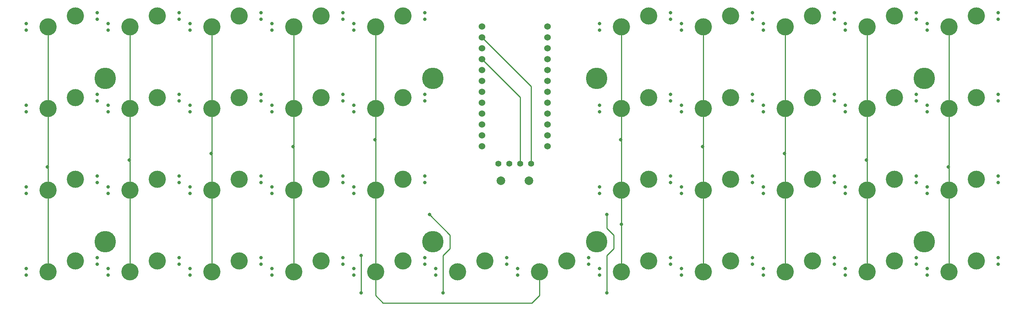
<source format=gtl>
G04 #@! TF.GenerationSoftware,KiCad,Pcbnew,5.1.9+dfsg1-1*
G04 #@! TF.CreationDate,2022-03-28T16:06:31+02:00*
G04 #@! TF.ProjectId,la_nc,6c615f6e-632e-46b6-9963-61645f706362,rev?*
G04 #@! TF.SameCoordinates,Original*
G04 #@! TF.FileFunction,Copper,L1,Top*
G04 #@! TF.FilePolarity,Positive*
%FSLAX46Y46*%
G04 Gerber Fmt 4.6, Leading zero omitted, Abs format (unit mm)*
G04 Created by KiCad (PCBNEW 5.1.9+dfsg1-1) date 2022-03-28 16:06:31*
%MOMM*%
%LPD*%
G01*
G04 APERTURE LIST*
G04 #@! TA.AperFunction,ComponentPad*
%ADD10C,0.800000*%
G04 #@! TD*
G04 #@! TA.AperFunction,ComponentPad*
%ADD11C,4.000000*%
G04 #@! TD*
G04 #@! TA.AperFunction,ComponentPad*
%ADD12C,2.000000*%
G04 #@! TD*
G04 #@! TA.AperFunction,WasherPad*
%ADD13C,5.000000*%
G04 #@! TD*
G04 #@! TA.AperFunction,ComponentPad*
%ADD14C,1.397000*%
G04 #@! TD*
G04 #@! TA.AperFunction,ComponentPad*
%ADD15C,1.524000*%
G04 #@! TD*
G04 #@! TA.AperFunction,ViaPad*
%ADD16C,0.800000*%
G04 #@! TD*
G04 #@! TA.AperFunction,Conductor*
%ADD17C,0.250000*%
G04 #@! TD*
G04 APERTURE END LIST*
D10*
X163195000Y-94107000D03*
X146685000Y-96647000D03*
X163195000Y-92583000D03*
X146685000Y-95123000D03*
D11*
X151765000Y-95885000D03*
X158115000Y-93345000D03*
D10*
X144145000Y-94107000D03*
X127635000Y-96647000D03*
X144145000Y-92583000D03*
X127635000Y-95123000D03*
D11*
X132715000Y-95885000D03*
X139065000Y-93345000D03*
D10*
X258445000Y-94107000D03*
X241935000Y-96647000D03*
X258445000Y-92583000D03*
X241935000Y-95123000D03*
D11*
X247015000Y-95885000D03*
X253365000Y-93345000D03*
D10*
X239395000Y-94107000D03*
X222885000Y-96647000D03*
X239395000Y-92583000D03*
X222885000Y-95123000D03*
D11*
X227965000Y-95885000D03*
X234315000Y-93345000D03*
D10*
X220345000Y-94107000D03*
X203835000Y-96647000D03*
X220345000Y-92583000D03*
X203835000Y-95123000D03*
D11*
X208915000Y-95885000D03*
X215265000Y-93345000D03*
D10*
X201295000Y-94107000D03*
X184785000Y-96647000D03*
X201295000Y-92583000D03*
X184785000Y-95123000D03*
D11*
X189865000Y-95885000D03*
X196215000Y-93345000D03*
D10*
X182245000Y-94107000D03*
X165735000Y-96647000D03*
X182245000Y-92583000D03*
X165735000Y-95123000D03*
D11*
X170815000Y-95885000D03*
X177165000Y-93345000D03*
D10*
X125095000Y-94107000D03*
X108585000Y-96647000D03*
X125095000Y-92583000D03*
X108585000Y-95123000D03*
D11*
X113665000Y-95885000D03*
X120015000Y-93345000D03*
D10*
X106045000Y-94107000D03*
X89535000Y-96647000D03*
X106045000Y-92583000D03*
X89535000Y-95123000D03*
D11*
X94615000Y-95885000D03*
X100965000Y-93345000D03*
D10*
X86995000Y-94107000D03*
X70485000Y-96647000D03*
X86995000Y-92583000D03*
X70485000Y-95123000D03*
D11*
X75565000Y-95885000D03*
X81915000Y-93345000D03*
D10*
X67945000Y-94107000D03*
X51435000Y-96647000D03*
X67945000Y-92583000D03*
X51435000Y-95123000D03*
D11*
X56515000Y-95885000D03*
X62865000Y-93345000D03*
D10*
X48895000Y-94107000D03*
X32385000Y-96647000D03*
X48895000Y-92583000D03*
X32385000Y-95123000D03*
D11*
X37465000Y-95885000D03*
X43815000Y-93345000D03*
D10*
X258445000Y-75057000D03*
X241935000Y-77597000D03*
X258445000Y-73533000D03*
X241935000Y-76073000D03*
D11*
X247015000Y-76835000D03*
X253365000Y-74295000D03*
D10*
X239395000Y-75057000D03*
X222885000Y-77597000D03*
X239395000Y-73533000D03*
X222885000Y-76073000D03*
D11*
X227965000Y-76835000D03*
X234315000Y-74295000D03*
D10*
X220345000Y-75057000D03*
X203835000Y-77597000D03*
X220345000Y-73533000D03*
X203835000Y-76073000D03*
D11*
X208915000Y-76835000D03*
X215265000Y-74295000D03*
D10*
X201295000Y-75057000D03*
X184785000Y-77597000D03*
X201295000Y-73533000D03*
X184785000Y-76073000D03*
D11*
X189865000Y-76835000D03*
X196215000Y-74295000D03*
D10*
X182245000Y-75057000D03*
X165735000Y-77597000D03*
X182245000Y-73533000D03*
X165735000Y-76073000D03*
D11*
X170815000Y-76835000D03*
X177165000Y-74295000D03*
D10*
X125095000Y-75057000D03*
X108585000Y-77597000D03*
X125095000Y-73533000D03*
X108585000Y-76073000D03*
D11*
X113665000Y-76835000D03*
X120015000Y-74295000D03*
D10*
X106045000Y-75057000D03*
X89535000Y-77597000D03*
X106045000Y-73533000D03*
X89535000Y-76073000D03*
D11*
X94615000Y-76835000D03*
X100965000Y-74295000D03*
D10*
X86995000Y-75057000D03*
X70485000Y-77597000D03*
X86995000Y-73533000D03*
X70485000Y-76073000D03*
D11*
X75565000Y-76835000D03*
X81915000Y-74295000D03*
D10*
X67945000Y-75057000D03*
X51435000Y-77597000D03*
X67945000Y-73533000D03*
X51435000Y-76073000D03*
D11*
X56515000Y-76835000D03*
X62865000Y-74295000D03*
D10*
X48895000Y-75057000D03*
X32385000Y-77597000D03*
X48895000Y-73533000D03*
X32385000Y-76073000D03*
D11*
X37465000Y-76835000D03*
X43815000Y-74295000D03*
D10*
X258445000Y-56007000D03*
X241935000Y-58547000D03*
X258445000Y-54483000D03*
X241935000Y-57023000D03*
D11*
X247015000Y-57785000D03*
X253365000Y-55245000D03*
D10*
X239395000Y-56007000D03*
X222885000Y-58547000D03*
X239395000Y-54483000D03*
X222885000Y-57023000D03*
D11*
X227965000Y-57785000D03*
X234315000Y-55245000D03*
D10*
X220345000Y-56007000D03*
X203835000Y-58547000D03*
X220345000Y-54483000D03*
X203835000Y-57023000D03*
D11*
X208915000Y-57785000D03*
X215265000Y-55245000D03*
D10*
X201295000Y-56007000D03*
X184785000Y-58547000D03*
X201295000Y-54483000D03*
X184785000Y-57023000D03*
D11*
X189865000Y-57785000D03*
X196215000Y-55245000D03*
D10*
X182245000Y-56007000D03*
X165735000Y-58547000D03*
X182245000Y-54483000D03*
X165735000Y-57023000D03*
D11*
X170815000Y-57785000D03*
X177165000Y-55245000D03*
D10*
X125095000Y-56007000D03*
X108585000Y-58547000D03*
X125095000Y-54483000D03*
X108585000Y-57023000D03*
D11*
X113665000Y-57785000D03*
X120015000Y-55245000D03*
D10*
X106045000Y-56007000D03*
X89535000Y-58547000D03*
X106045000Y-54483000D03*
X89535000Y-57023000D03*
D11*
X94615000Y-57785000D03*
X100965000Y-55245000D03*
D10*
X86995000Y-56007000D03*
X70485000Y-58547000D03*
X86995000Y-54483000D03*
X70485000Y-57023000D03*
D11*
X75565000Y-57785000D03*
X81915000Y-55245000D03*
D10*
X67945000Y-56007000D03*
X51435000Y-58547000D03*
X67945000Y-54483000D03*
X51435000Y-57023000D03*
D11*
X56515000Y-57785000D03*
X62865000Y-55245000D03*
D10*
X48895000Y-56007000D03*
X32385000Y-58547000D03*
X48895000Y-54483000D03*
X32385000Y-57023000D03*
D11*
X37465000Y-57785000D03*
X43815000Y-55245000D03*
D10*
X258445000Y-36957000D03*
X241935000Y-39497000D03*
X258445000Y-35433000D03*
X241935000Y-37973000D03*
D11*
X247015000Y-38735000D03*
X253365000Y-36195000D03*
D10*
X239395000Y-36957000D03*
X222885000Y-39497000D03*
X239395000Y-35433000D03*
X222885000Y-37973000D03*
D11*
X227965000Y-38735000D03*
X234315000Y-36195000D03*
D10*
X220345000Y-36957000D03*
X203835000Y-39497000D03*
X220345000Y-35433000D03*
X203835000Y-37973000D03*
D11*
X208915000Y-38735000D03*
X215265000Y-36195000D03*
D10*
X201295000Y-36957000D03*
X184785000Y-39497000D03*
X201295000Y-35433000D03*
X184785000Y-37973000D03*
D11*
X189865000Y-38735000D03*
X196215000Y-36195000D03*
D10*
X182245000Y-36957000D03*
X165735000Y-39497000D03*
X182245000Y-35433000D03*
X165735000Y-37973000D03*
D11*
X170815000Y-38735000D03*
X177165000Y-36195000D03*
D10*
X125095000Y-36957000D03*
X108585000Y-39497000D03*
X125095000Y-35433000D03*
X108585000Y-37973000D03*
D11*
X113665000Y-38735000D03*
X120015000Y-36195000D03*
D10*
X106045000Y-36957000D03*
X89535000Y-39497000D03*
X106045000Y-35433000D03*
X89535000Y-37973000D03*
D11*
X94615000Y-38735000D03*
X100965000Y-36195000D03*
D10*
X86995000Y-36957000D03*
X70485000Y-39497000D03*
X86995000Y-35433000D03*
X70485000Y-37973000D03*
D11*
X75565000Y-38735000D03*
X81915000Y-36195000D03*
D10*
X67945000Y-36957000D03*
X51435000Y-39497000D03*
X67945000Y-35433000D03*
X51435000Y-37973000D03*
D11*
X56515000Y-38735000D03*
X62865000Y-36195000D03*
D10*
X48895000Y-36957000D03*
X32385000Y-39497000D03*
X48895000Y-35433000D03*
X32385000Y-37973000D03*
D11*
X37465000Y-38735000D03*
X43815000Y-36195000D03*
D12*
X149300000Y-74612500D03*
X142800000Y-74612500D03*
D13*
X241300000Y-88900000D03*
X241300000Y-50800000D03*
X165100000Y-88900000D03*
X165100000Y-50800000D03*
X127000000Y-88900000D03*
X127000000Y-50800000D03*
X50800000Y-88900000D03*
D14*
X149860000Y-70643750D03*
X147320000Y-70643750D03*
X144780000Y-70643750D03*
X142240000Y-70643750D03*
D13*
X50800000Y-50800000D03*
D15*
X138441400Y-38703250D03*
X138441400Y-41243250D03*
X138441400Y-43783250D03*
X138441400Y-46323250D03*
X138441400Y-48863250D03*
X138441400Y-51403250D03*
X138441400Y-53943250D03*
X138441400Y-56483250D03*
X138441400Y-59023250D03*
X138441400Y-61563250D03*
X138441400Y-64103250D03*
X138441400Y-66643250D03*
X153661400Y-66643250D03*
X153661400Y-64103250D03*
X153661400Y-61563250D03*
X153661400Y-59023250D03*
X153661400Y-56483250D03*
X153661400Y-53943250D03*
X153661400Y-51403250D03*
X153661400Y-48863250D03*
X153661400Y-46323250D03*
X153661400Y-43783250D03*
X153661400Y-41243250D03*
X153661400Y-38703250D03*
D16*
X129381250Y-100806250D03*
X126206250Y-82550000D03*
X167481250Y-100806250D03*
X167481250Y-82550000D03*
X37306250Y-71437500D03*
X56356250Y-69850000D03*
X75406250Y-68262500D03*
X94456250Y-66675000D03*
X113506250Y-65087500D03*
X170656250Y-65087500D03*
X170815000Y-84772500D03*
X189706250Y-66675000D03*
X208756250Y-68262500D03*
X227806250Y-69850000D03*
X246856250Y-71437500D03*
X110331250Y-100806250D03*
X110331250Y-92075000D03*
D17*
X149860000Y-52661850D02*
X138441400Y-41243250D01*
X149860000Y-70643750D02*
X149860000Y-52661850D01*
X147320000Y-55201850D02*
X138441400Y-46323250D01*
X147320000Y-70643750D02*
X147320000Y-55201850D01*
X129381250Y-100806250D02*
X129381250Y-95796248D01*
X129381250Y-95796248D02*
X129381250Y-92075000D01*
X129381250Y-92075000D02*
X130968750Y-90487500D01*
X130968750Y-90487500D02*
X130968750Y-87312500D01*
X130968750Y-87312500D02*
X126206250Y-82550000D01*
X167481250Y-100806250D02*
X167481250Y-92075000D01*
X167481250Y-92075000D02*
X169068750Y-90487500D01*
X169068750Y-90487500D02*
X169068750Y-87312500D01*
X169068750Y-87312500D02*
X167481250Y-85725000D01*
X167481250Y-85725000D02*
X167481250Y-82550000D01*
X37465000Y-40640000D02*
X37465000Y-57785000D01*
X37465000Y-38735000D02*
X37465000Y-40640000D01*
X37465000Y-78994000D02*
X37465000Y-95885000D01*
X37465000Y-76835000D02*
X37465000Y-78994000D01*
X37465000Y-71278750D02*
X37306250Y-71437500D01*
X37465000Y-57785000D02*
X37465000Y-71278750D01*
X37465000Y-71278750D02*
X37465000Y-76835000D01*
X56515000Y-95885000D02*
X56515000Y-76835000D01*
X56515000Y-57785000D02*
X56515000Y-38735000D01*
X56515000Y-69691250D02*
X56356250Y-69850000D01*
X56515000Y-76835000D02*
X56515000Y-69691250D01*
X56515000Y-69691250D02*
X56515000Y-57785000D01*
X75565000Y-40640000D02*
X75565000Y-57785000D01*
X75565000Y-38735000D02*
X75565000Y-40640000D01*
X75565000Y-57785000D02*
X75565000Y-60325000D01*
X75565000Y-76835000D02*
X75565000Y-95885000D01*
X75565000Y-68103750D02*
X75406250Y-68262500D01*
X75565000Y-60325000D02*
X75565000Y-68103750D01*
X75565000Y-68103750D02*
X75565000Y-76835000D01*
X94615000Y-95885000D02*
X94615000Y-76835000D01*
X94615000Y-57785000D02*
X94615000Y-38735000D01*
X94615000Y-66516250D02*
X94456250Y-66675000D01*
X94615000Y-76835000D02*
X94615000Y-66516250D01*
X94615000Y-66516250D02*
X94615000Y-57785000D01*
X113665000Y-38735000D02*
X113665000Y-57785000D01*
X113665000Y-57785000D02*
X113665000Y-59817000D01*
X113665000Y-79248000D02*
X113665000Y-95885000D01*
X113665000Y-76835000D02*
X113665000Y-79248000D01*
X113665000Y-64928750D02*
X113506250Y-65087500D01*
X113665000Y-59817000D02*
X113665000Y-64928750D01*
X113665000Y-64928750D02*
X113665000Y-76835000D01*
X115411250Y-103187500D02*
X113665000Y-101441250D01*
X150018750Y-103187500D02*
X115411250Y-103187500D01*
X113665000Y-101441250D02*
X113665000Y-95885000D01*
X151765000Y-101441250D02*
X150018750Y-103187500D01*
X151765000Y-95885000D02*
X151765000Y-101441250D01*
X170815000Y-57785000D02*
X170815000Y-38735000D01*
X170815000Y-64928750D02*
X170656250Y-65087500D01*
X170815000Y-76835000D02*
X170815000Y-64928750D01*
X170815000Y-64928750D02*
X170815000Y-57785000D01*
X170815000Y-84772500D02*
X170815000Y-76835000D01*
X170815000Y-95885000D02*
X170815000Y-84772500D01*
X189865000Y-38735000D02*
X189865000Y-57785000D01*
X189865000Y-95885000D02*
X189865000Y-76835000D01*
X189865000Y-66516250D02*
X189706250Y-66675000D01*
X189865000Y-57785000D02*
X189865000Y-66516250D01*
X189865000Y-66516250D02*
X189865000Y-76835000D01*
X208915000Y-95885000D02*
X208915000Y-76835000D01*
X208915000Y-57785000D02*
X208915000Y-38735000D01*
X208915000Y-68103750D02*
X208756250Y-68262500D01*
X208915000Y-76835000D02*
X208915000Y-68103750D01*
X208915000Y-68103750D02*
X208915000Y-57785000D01*
X227965000Y-38735000D02*
X227965000Y-57785000D01*
X227965000Y-79216250D02*
X227965000Y-95885000D01*
X227965000Y-76835000D02*
X227965000Y-79216250D01*
X227965000Y-69691250D02*
X227806250Y-69850000D01*
X227965000Y-57785000D02*
X227965000Y-69691250D01*
X227965000Y-69691250D02*
X227965000Y-76835000D01*
X247015000Y-38735000D02*
X247015000Y-57785000D01*
X247015000Y-76835000D02*
X247015000Y-95885000D01*
X247015000Y-71278750D02*
X246856250Y-71437500D01*
X247015000Y-57785000D02*
X247015000Y-71278750D01*
X247015000Y-71278750D02*
X247015000Y-76835000D01*
X110331250Y-100806250D02*
X110331250Y-92075000D01*
M02*

</source>
